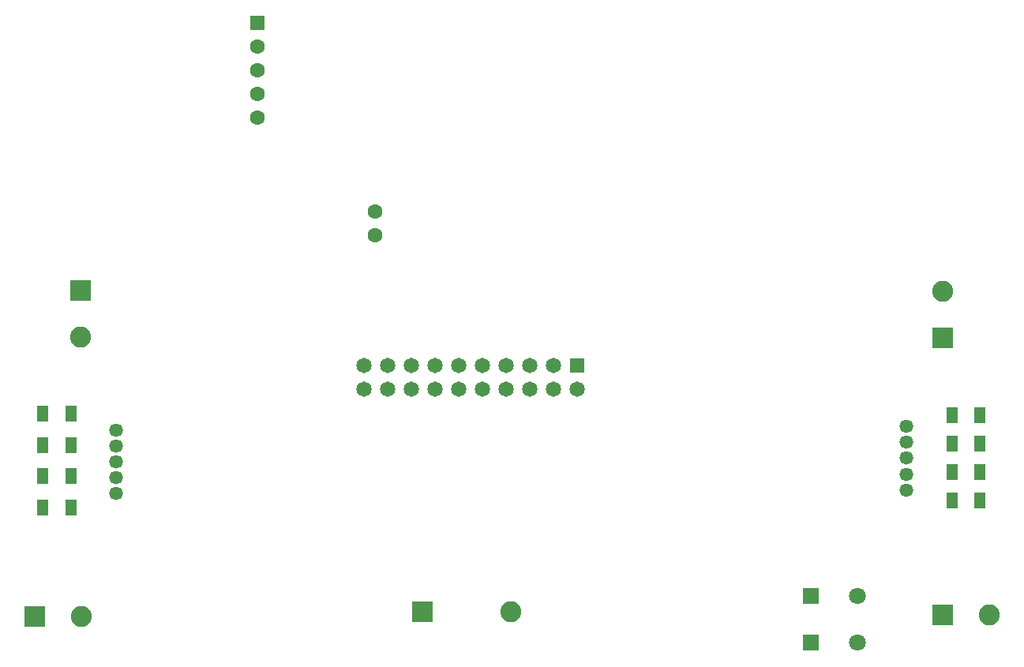
<source format=gbr>
%TF.GenerationSoftware,Altium Limited,Altium Designer,18.1.9 (240)*%
G04 Layer_Color=255*
%FSLAX43Y43*%
%MOMM*%
%TF.FileFunction,Pads,Bot*%
%TF.Part,Single*%
G01*
G75*
%TA.AperFunction,SMDPad,CuDef*%
%ADD11R,1.150X1.800*%
%TA.AperFunction,ComponentPad*%
%ADD37R,2.250X2.250*%
%ADD38C,2.250*%
%ADD39C,1.470*%
%ADD40R,2.250X2.250*%
%ADD41C,1.600*%
%ADD42R,1.600X1.600*%
%ADD43C,1.650*%
%ADD44R,1.650X1.650*%
%ADD45R,1.800X1.800*%
%ADD46C,1.800*%
D11*
X4469Y23283D02*
D03*
X7469D02*
D03*
X4469Y19939D02*
D03*
X7469D02*
D03*
X4469Y26628D02*
D03*
X7469D02*
D03*
X4469Y29972D02*
D03*
X7469D02*
D03*
X104926Y20701D02*
D03*
X101926D02*
D03*
X104926Y23749D02*
D03*
X101926D02*
D03*
X104926Y26797D02*
D03*
X101926D02*
D03*
X104926Y29845D02*
D03*
X101926D02*
D03*
D37*
X3596Y8270D02*
D03*
X100918Y8382D02*
D03*
X45151Y8762D02*
D03*
D38*
X8596Y8270D02*
D03*
X8509Y38227D02*
D03*
X100918Y43100D02*
D03*
X105918Y8382D02*
D03*
X54671Y8762D02*
D03*
D39*
X12279Y21414D02*
D03*
Y23114D02*
D03*
Y24824D02*
D03*
Y26524D02*
D03*
Y28224D02*
D03*
X97028Y21814D02*
D03*
Y23514D02*
D03*
Y25214D02*
D03*
Y26924D02*
D03*
Y28624D02*
D03*
D40*
X8509Y43227D02*
D03*
X100918Y38100D02*
D03*
D41*
X27432Y61722D02*
D03*
Y64262D02*
D03*
Y69342D02*
D03*
Y66802D02*
D03*
X40075Y51662D02*
D03*
Y49122D02*
D03*
D42*
X27432Y71882D02*
D03*
D43*
X38862Y32654D02*
D03*
X41402D02*
D03*
X38862Y35194D02*
D03*
X41402D02*
D03*
X46482Y32654D02*
D03*
Y35194D02*
D03*
X54102Y32654D02*
D03*
Y35194D02*
D03*
X56642Y32654D02*
D03*
Y35194D02*
D03*
X61722Y32654D02*
D03*
X59182Y35194D02*
D03*
Y32654D02*
D03*
X51562Y35194D02*
D03*
Y32654D02*
D03*
X49022Y35194D02*
D03*
Y32654D02*
D03*
X43942Y35194D02*
D03*
Y32654D02*
D03*
D44*
X61722Y35194D02*
D03*
D45*
X86821Y10421D02*
D03*
Y5421D02*
D03*
D46*
X91821Y10421D02*
D03*
Y5421D02*
D03*
%TF.MD5,b5ac668d3d4d4b8ebe99e6183ab5bac2*%
M02*

</source>
